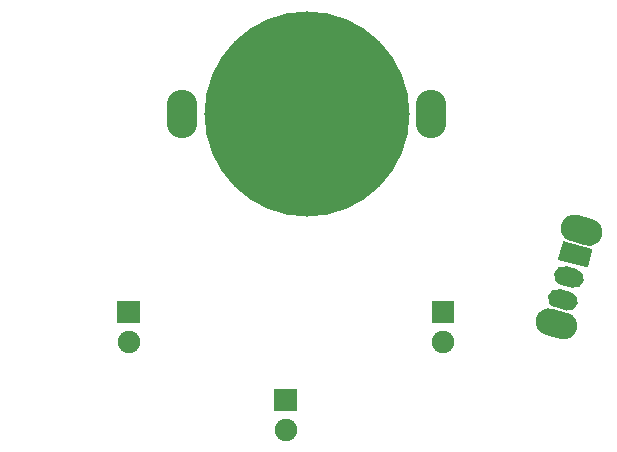
<source format=gbr>
%TF.GenerationSoftware,KiCad,Pcbnew,(5.1.8)-1*%
%TF.CreationDate,2022-03-30T16:17:14-07:00*%
%TF.ProjectId,Alpenglow_ChillySnowCloud_AllSilver_PCB,416c7065-6e67-46c6-9f77-5f4368696c6c,rev?*%
%TF.SameCoordinates,Original*%
%TF.FileFunction,Soldermask,Bot*%
%TF.FilePolarity,Negative*%
%FSLAX46Y46*%
G04 Gerber Fmt 4.6, Leading zero omitted, Abs format (unit mm)*
G04 Created by KiCad (PCBNEW (5.1.8)-1) date 2022-03-30 16:17:14*
%MOMM*%
%LPD*%
G01*
G04 APERTURE LIST*
%ADD10O,2.600000X4.100000*%
%ADD11C,17.372000*%
%ADD12C,1.900000*%
G04 APERTURE END LIST*
%TO.C,SW1*%
G36*
G01*
X131990994Y-109113101D02*
X133246698Y-109449565D01*
G75*
G02*
X134059871Y-110858022I-297642J-1110815D01*
G01*
X134059871Y-110858022D01*
G75*
G02*
X132651414Y-111671195I-1110815J297642D01*
G01*
X131395710Y-111334731D01*
G75*
G02*
X130582537Y-109926274I297642J1110815D01*
G01*
X130582537Y-109926274D01*
G75*
G02*
X131990994Y-109113101I1110815J-297642D01*
G01*
G37*
G36*
G01*
X134113310Y-101192509D02*
X135369014Y-101528973D01*
G75*
G02*
X136182187Y-102937430I-297642J-1110815D01*
G01*
X136182187Y-102937430D01*
G75*
G02*
X134773730Y-103750603I-1110815J297642D01*
G01*
X133518026Y-103414139D01*
G75*
G02*
X132704853Y-102005682I297642J1110815D01*
G01*
X132704853Y-102005682D01*
G75*
G02*
X134113310Y-101192509I1110815J-297642D01*
G01*
G37*
G36*
G01*
X132588816Y-107461552D02*
X133554742Y-107720372D01*
G75*
G02*
X134120428Y-108700168I-207055J-772741D01*
G01*
X134120428Y-108700168D01*
G75*
G02*
X133140632Y-109265854I-772741J207055D01*
G01*
X132174706Y-109007034D01*
G75*
G02*
X131609020Y-108027238I207055J772741D01*
G01*
X131609020Y-108027238D01*
G75*
G02*
X132588816Y-107461552I772741J-207055D01*
G01*
G37*
G36*
G01*
X133106454Y-105529701D02*
X134072380Y-105788521D01*
G75*
G02*
X134638066Y-106768317I-207055J-772741D01*
G01*
X134638066Y-106768317D01*
G75*
G02*
X133658270Y-107334003I-772741J207055D01*
G01*
X132692344Y-107075183D01*
G75*
G02*
X132126658Y-106095387I207055J772741D01*
G01*
X132126658Y-106095387D01*
G75*
G02*
X133106454Y-105529701I772741J-207055D01*
G01*
G37*
G36*
G01*
X132899648Y-103403736D02*
X135314463Y-104050783D01*
G75*
G02*
X135349818Y-104112020I-12941J-48296D01*
G01*
X134961589Y-105560909D01*
G75*
G02*
X134900352Y-105596264I-48296J12941D01*
G01*
X132485537Y-104949217D01*
G75*
G02*
X132450182Y-104887980I12941J48296D01*
G01*
X132838411Y-103439091D01*
G75*
G02*
X132899648Y-103403736I48296J-12941D01*
G01*
G37*
%TD*%
D10*
%TO.C,BT1*%
X121716800Y-92583000D03*
X100634800Y-92583000D03*
D11*
X111175800Y-92583000D03*
%TD*%
%TO.C,D1*%
G36*
G01*
X95188200Y-108447800D02*
X96988200Y-108447800D01*
G75*
G02*
X97038200Y-108497800I0J-50000D01*
G01*
X97038200Y-110297800D01*
G75*
G02*
X96988200Y-110347800I-50000J0D01*
G01*
X95188200Y-110347800D01*
G75*
G02*
X95138200Y-110297800I0J50000D01*
G01*
X95138200Y-108497800D01*
G75*
G02*
X95188200Y-108447800I50000J0D01*
G01*
G37*
D12*
X96088200Y-111937800D03*
%TD*%
%TO.C,D2*%
G36*
G01*
X108497800Y-115890000D02*
X110297800Y-115890000D01*
G75*
G02*
X110347800Y-115940000I0J-50000D01*
G01*
X110347800Y-117740000D01*
G75*
G02*
X110297800Y-117790000I-50000J0D01*
G01*
X108497800Y-117790000D01*
G75*
G02*
X108447800Y-117740000I0J50000D01*
G01*
X108447800Y-115940000D01*
G75*
G02*
X108497800Y-115890000I50000J0D01*
G01*
G37*
X109397800Y-119380000D03*
%TD*%
%TO.C,D3*%
X122732800Y-111937800D03*
G36*
G01*
X121832800Y-108447800D02*
X123632800Y-108447800D01*
G75*
G02*
X123682800Y-108497800I0J-50000D01*
G01*
X123682800Y-110297800D01*
G75*
G02*
X123632800Y-110347800I-50000J0D01*
G01*
X121832800Y-110347800D01*
G75*
G02*
X121782800Y-110297800I0J50000D01*
G01*
X121782800Y-108497800D01*
G75*
G02*
X121832800Y-108447800I50000J0D01*
G01*
G37*
%TD*%
M02*

</source>
